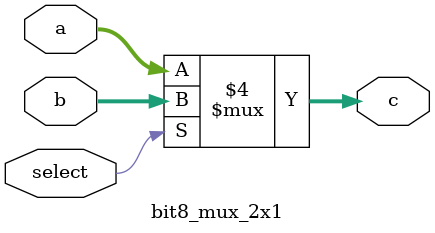
<source format=v>

`timescale 1ns / 1ps
module bit8_mux_2x1(
    input [7:0] a,
    input  [7:0] b,
    output reg [7:0] c,
    input select
    );
always @ *
begin 
if(!select)
	c=a;
else 
	c=b;
end

endmodule

</source>
